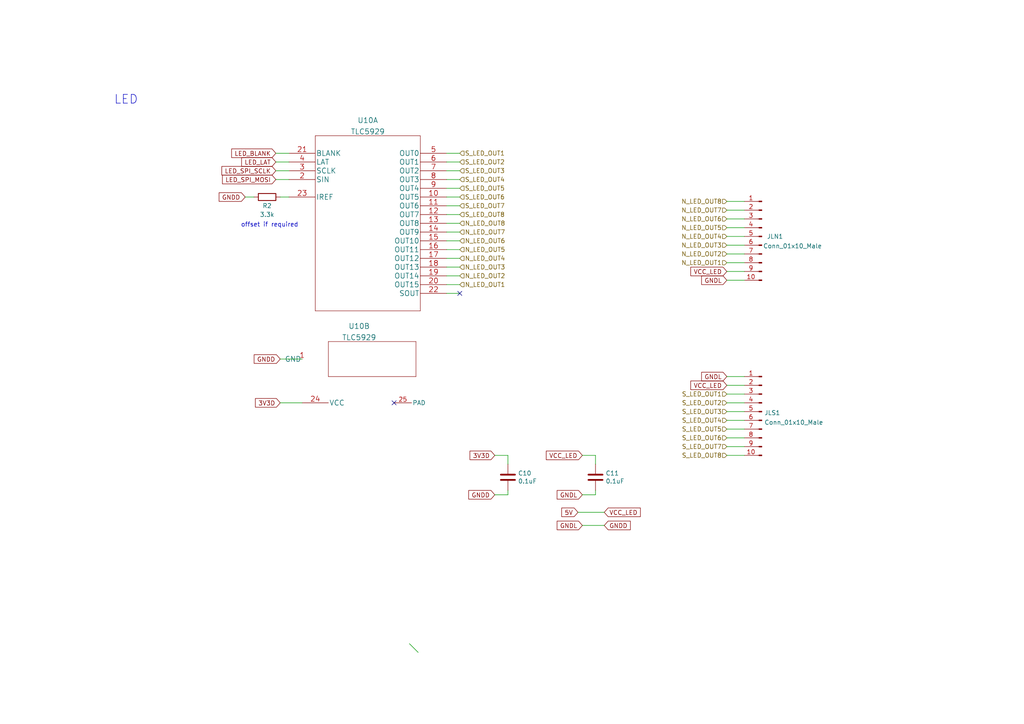
<source format=kicad_sch>
(kicad_sch (version 20211123) (generator eeschema)
  (paper "A4")
  (lib_symbols
    (symbol "Connector:Conn_01x10_Male" (pin_names (offset 1.016) hide)
      (property "Reference" "J" (at 0 12.7 0))
      (property "Value" "Conn_01x10_Male" (at 0 -15.24 0))
      (symbol "Conn_01x10_Male_1_1"
        (polyline (pts (xy 1.27 -12.7) (xy 0.8636 -12.7)) (stroke (width 0.1524)))
        (polyline (pts (xy 1.27 -10.16) (xy 0.8636 -10.16)) (stroke (width 0.1524)))
        (polyline (pts (xy 1.27 -7.62) (xy 0.8636 -7.62)) (stroke (width 0.1524)))
        (polyline (pts (xy 1.27 -5.08) (xy 0.8636 -5.08)) (stroke (width 0.1524)))
        (polyline (pts (xy 1.27 -2.54) (xy 0.8636 -2.54)) (stroke (width 0.1524)))
        (polyline (pts (xy 1.27 0) (xy 0.8636 0)) (stroke (width 0.1524)))
        (polyline (pts (xy 1.27 2.54) (xy 0.8636 2.54)) (stroke (width 0.1524)))
        (polyline (pts (xy 1.27 5.08) (xy 0.8636 5.08)) (stroke (width 0.1524)))
        (polyline (pts (xy 1.27 7.62) (xy 0.8636 7.62)) (stroke (width 0.1524)))
        (polyline (pts (xy 1.27 10.16) (xy 0.8636 10.16)) (stroke (width 0.1524)))
        (rectangle (start 0.8636 -12.573) (end 0 -12.827) (stroke (width 0.1524)) (fill (type outline)))
        (rectangle (start 0.8636 -10.033) (end 0 -10.287) (stroke (width 0.1524)) (fill (type outline)))
        (rectangle (start 0.8636 -7.493) (end 0 -7.747) (stroke (width 0.1524)) (fill (type outline)))
        (rectangle (start 0.8636 -4.953) (end 0 -5.207) (stroke (width 0.1524)) (fill (type outline)))
        (rectangle (start 0.8636 -2.413) (end 0 -2.667) (stroke (width 0.1524)) (fill (type outline)))
        (rectangle (start 0.8636 0.127) (end 0 -0.127) (stroke (width 0.1524)) (fill (type outline)))
        (rectangle (start 0.8636 2.667) (end 0 2.413) (stroke (width 0.1524)) (fill (type outline)))
        (rectangle (start 0.8636 5.207) (end 0 4.953) (stroke (width 0.1524)) (fill (type outline)))
        (rectangle (start 0.8636 7.747) (end 0 7.493) (stroke (width 0.1524)) (fill (type outline)))
        (rectangle (start 0.8636 10.287) (end 0 10.033) (stroke (width 0.1524)) (fill (type outline)))
        (pin passive line (at 5.08 10.16 180) (length 3.81) (name "Pin_1") (number "1"))
        (pin passive line (at 5.08 -12.7 180) (length 3.81) (name "Pin_10") (number "10"))
        (pin passive line (at 5.08 7.62 180) (length 3.81) (name "Pin_2") (number "2"))
        (pin passive line (at 5.08 5.08 180) (length 3.81) (name "Pin_3") (number "3"))
        (pin passive line (at 5.08 2.54 180) (length 3.81) (name "Pin_4") (number "4"))
        (pin passive line (at 5.08 0 180) (length 3.81) (name "Pin_5") (number "5"))
        (pin passive line (at 5.08 -2.54 180) (length 3.81) (name "Pin_6") (number "6"))
        (pin passive line (at 5.08 -5.08 180) (length 3.81) (name "Pin_7") (number "7"))
        (pin passive line (at 5.08 -7.62 180) (length 3.81) (name "Pin_8") (number "8"))
        (pin passive line (at 5.08 -10.16 180) (length 3.81) (name "Pin_9") (number "9"))
      )
    )
    (symbol "Device:C" (pin_numbers hide) (pin_names (offset 0.254))
      (property "Reference" "C" (at 0.635 2.54 0))
      (property "Value" "C" (at 0.635 -2.54 0))
      (symbol "C_0_1"
        (polyline (pts (xy -2.032 -0.762) (xy 2.032 -0.762)) (stroke (width 0.508)))
        (polyline (pts (xy -2.032 0.762) (xy 2.032 0.762)) (stroke (width 0.508)))
      )
      (symbol "C_1_1"
        (pin passive line (at 0 3.81 270) (length 2.794) (name "~") (number "1"))
        (pin passive line (at 0 -3.81 90) (length 2.794) (name "~") (number "2"))
      )
    )
    (symbol "Device:R" (pin_numbers hide) (pin_names (offset 0))
      (property "Reference" "R" (at 2.032 0 90))
      (property "Value" "R" (at 0 0 90))
      (symbol "R_0_1"
        (rectangle (start -1.016 -2.54) (end 1.016 2.54) (stroke (width 0.254)))
      )
      (symbol "R_1_1"
        (pin passive line (at 0 3.81 270) (length 1.27) (name "~") (number "1"))
        (pin passive line (at 0 -3.81 90) (length 1.27) (name "~") (number "2"))
      )
    )
    (symbol "Ninja-qPCR:TLC5929" (pin_names (offset 0.254))
      (property "Reference" "U" (at 22.86 10.16 0))
      (property "Value" "TLC5929" (at 22.86 7.62 0))
      (symbol "TLC5929_1_1"
        (polyline (pts (xy 7.62 -45.72) (xy 38.1 -45.72)) (stroke (width 0.127)))
        (polyline (pts (xy 7.62 5.08) (xy 7.62 -45.72)) (stroke (width 0.127)))
        (polyline (pts (xy 38.1 -45.72) (xy 38.1 5.08)) (stroke (width 0.127)))
        (polyline (pts (xy 38.1 5.08) (xy 7.62 5.08)) (stroke (width 0.127)))
        (pin output line (at 45.72 -12.7 180) (length 7.62) (name "OUT5") (number "10"))
        (pin output line (at 45.72 -15.24 180) (length 7.62) (name "OUT6") (number "11"))
        (pin output line (at 45.72 -17.78 180) (length 7.62) (name "OUT7") (number "12"))
        (pin output line (at 45.72 -20.32 180) (length 7.62) (name "OUT8") (number "13"))
        (pin output line (at 45.72 -22.86 180) (length 7.62) (name "OUT9") (number "14"))
        (pin output line (at 45.72 -25.4 180) (length 7.62) (name "OUT10") (number "15"))
        (pin output line (at 45.72 -27.94 180) (length 7.62) (name "OUT11") (number "16"))
        (pin output line (at 45.72 -30.48 180) (length 7.62) (name "OUT12") (number "17"))
        (pin output line (at 45.72 -33.02 180) (length 7.62) (name "OUT13") (number "18"))
        (pin output line (at 45.72 -35.56 180) (length 7.62) (name "OUT14") (number "19"))
        (pin input line (at 0 -7.62 0) (length 7.62) (name "SIN") (number "2"))
        (pin output line (at 45.72 -38.1 180) (length 7.62) (name "OUT15") (number "20"))
        (pin input line (at 0 0 0) (length 7.62) (name "BLANK") (number "21"))
        (pin output line (at 45.72 -40.64 180) (length 7.62) (name "SOUT") (number "22"))
        (pin bidirectional line (at 0 -12.7 0) (length 7.62) (name "IREF") (number "23"))
        (pin input line (at 0 -5.08 0) (length 7.62) (name "SCLK") (number "3"))
        (pin input line (at 0 -2.54 0) (length 7.62) (name "LAT") (number "4"))
        (pin output line (at 45.72 0 180) (length 7.62) (name "OUT0") (number "5"))
        (pin output line (at 45.72 -2.54 180) (length 7.62) (name "OUT1") (number "6"))
        (pin output line (at 45.72 -5.08 180) (length 7.62) (name "OUT2") (number "7"))
        (pin output line (at 45.72 -7.62 180) (length 7.62) (name "OUT3") (number "8"))
        (pin output line (at 45.72 -10.16 180) (length 7.62) (name "OUT4") (number "9"))
      )
      (symbol "TLC5929_2_1"
        (polyline (pts (xy 7.62 -5.08) (xy 33.02 -5.08)) (stroke (width 0.127)))
        (polyline (pts (xy 7.62 5.08) (xy 7.62 -5.08)) (stroke (width 0.127)))
        (polyline (pts (xy 33.02 -5.08) (xy 33.02 5.08)) (stroke (width 0.127)))
        (polyline (pts (xy 33.02 5.08) (xy 7.62 5.08)) (stroke (width 0.127)))
        (pin power_in line (at 0 0 180) (length 0) (name "GND") (number "1"))
        (pin power_in line (at 0 -12.7 0) (length 7.62) (name "VCC") (number "24"))
      )
    )
    (symbol "TLC5929_1" (pin_names (offset 0.254))
      (property "Reference" "U" (at 22.86 10.16 0))
      (property "Value" "TLC5929_1" (at 22.86 7.62 0))
      (symbol "TLC5929_1_1_1"
        (polyline (pts (xy 7.62 -45.72) (xy 38.1 -45.72)) (stroke (width 0.127)))
        (polyline (pts (xy 7.62 5.08) (xy 7.62 -45.72)) (stroke (width 0.127)))
        (polyline (pts (xy 38.1 -45.72) (xy 38.1 5.08)) (stroke (width 0.127)))
        (polyline (pts (xy 38.1 5.08) (xy 7.62 5.08)) (stroke (width 0.127)))
        (pin output line (at 45.72 -12.7 180) (length 7.62) (name "OUT5") (number "10"))
        (pin output line (at 45.72 -15.24 180) (length 7.62) (name "OUT6") (number "11"))
        (pin output line (at 45.72 -17.78 180) (length 7.62) (name "OUT7") (number "12"))
        (pin output line (at 45.72 -20.32 180) (length 7.62) (name "OUT8") (number "13"))
        (pin output line (at 45.72 -22.86 180) (length 7.62) (name "OUT9") (number "14"))
        (pin output line (at 45.72 -25.4 180) (length 7.62) (name "OUT10") (number "15"))
        (pin output line (at 45.72 -27.94 180) (length 7.62) (name "OUT11") (number "16"))
        (pin output line (at 45.72 -30.48 180) (length 7.62) (name "OUT12") (number "17"))
        (pin output line (at 45.72 -33.02 180) (length 7.62) (name "OUT13") (number "18"))
        (pin output line (at 45.72 -35.56 180) (length 7.62) (name "OUT14") (number "19"))
        (pin input line (at 0 -7.62 0) (length 7.62) (name "SIN") (number "2"))
        (pin output line (at 45.72 -38.1 180) (length 7.62) (name "OUT15") (number "20"))
        (pin input line (at 0 0 0) (length 7.62) (name "BLANK") (number "21"))
        (pin output line (at 45.72 -40.64 180) (length 7.62) (name "SOUT") (number "22"))
        (pin bidirectional line (at 0 -12.7 0) (length 7.62) (name "IREF") (number "23"))
        (pin input line (at 26.67 -12.7 0) (length 5.08) (name "PAD") (number "25-UA"))
        (pin input line (at 0 -5.08 0) (length 7.62) (name "SCLK") (number "3"))
        (pin input line (at 0 -2.54 0) (length 7.62) (name "LAT") (number "4"))
        (pin output line (at 45.72 0 180) (length 7.62) (name "OUT0") (number "5"))
        (pin output line (at 45.72 -2.54 180) (length 7.62) (name "OUT1") (number "6"))
        (pin output line (at 45.72 -5.08 180) (length 7.62) (name "OUT2") (number "7"))
        (pin output line (at 45.72 -7.62 180) (length 7.62) (name "OUT3") (number "8"))
        (pin output line (at 45.72 -10.16 180) (length 7.62) (name "OUT4") (number "9"))
      )
      (symbol "TLC5929_1_2_1"
        (polyline (pts (xy 7.62 -5.08) (xy 33.02 -5.08)) (stroke (width 0.127)))
        (polyline (pts (xy 7.62 5.08) (xy 7.62 -5.08)) (stroke (width 0.127)))
        (polyline (pts (xy 33.02 -5.08) (xy 33.02 5.08)) (stroke (width 0.127)))
        (polyline (pts (xy 33.02 5.08) (xy 7.62 5.08)) (stroke (width 0.127)))
        (pin power_in line (at 0 0 180) (length 0) (name "GND") (number "1"))
        (pin power_in line (at 0 -12.7 0) (length 7.62) (name "VCC") (number "24"))
        (pin input line (at 26.67 -12.7 0) (length 5.08) (name "PAD") (number "25"))
      )
    )
  )
  (no_connect (at 114.3 116.84))
  (no_connect (at 133.35 85.09))
  (bus_entry (at 118.745 186.69) (size 2.54 2.54))
  (wire (pts (xy 147.32 134.62) (xy 147.32 132.08)))
  (wire (pts (xy 129.54 64.77) (xy 133.35 64.77)))
  (wire (pts (xy 129.54 59.69) (xy 133.35 59.69)))
  (wire (pts (xy 215.9 121.92) (xy 210.82 121.92)))
  (wire (pts (xy 129.54 49.53) (xy 133.35 49.53)))
  (wire (pts (xy 168.91 152.4) (xy 175.26 152.4)))
  (wire (pts (xy 215.9 81.28) (xy 210.82 81.28)))
  (wire (pts (xy 129.54 54.61) (xy 133.35 54.61)))
  (wire (pts (xy 168.91 143.51) (xy 172.72 143.51)))
  (wire (pts (xy 81.28 116.84) (xy 87.63 116.84)))
  (wire (pts (xy 80.01 52.07) (xy 83.82 52.07)))
  (wire (pts (xy 215.9 111.76) (xy 210.82 111.76)))
  (wire (pts (xy 80.01 44.45) (xy 83.82 44.45)))
  (wire (pts (xy 215.9 73.66) (xy 210.82 73.66)))
  (wire (pts (xy 80.01 49.53) (xy 83.82 49.53)))
  (wire (pts (xy 215.9 124.46) (xy 210.82 124.46)))
  (wire (pts (xy 129.54 80.01) (xy 133.35 80.01)))
  (wire (pts (xy 147.32 143.51) (xy 147.32 142.24)))
  (wire (pts (xy 129.54 62.23) (xy 133.35 62.23)))
  (wire (pts (xy 215.9 78.74) (xy 210.82 78.74)))
  (wire (pts (xy 215.9 71.12) (xy 210.82 71.12)))
  (wire (pts (xy 129.54 69.85) (xy 133.35 69.85)))
  (wire (pts (xy 71.12 57.15) (xy 73.66 57.15)))
  (wire (pts (xy 215.9 119.38) (xy 210.82 119.38)))
  (wire (pts (xy 215.9 58.42) (xy 210.82 58.42)))
  (wire (pts (xy 215.9 60.96) (xy 210.82 60.96)))
  (wire (pts (xy 129.54 57.15) (xy 133.35 57.15)))
  (wire (pts (xy 143.51 143.51) (xy 147.32 143.51)))
  (wire (pts (xy 81.28 104.14) (xy 87.63 104.14)))
  (wire (pts (xy 129.54 44.45) (xy 133.35 44.45)))
  (wire (pts (xy 129.54 52.07) (xy 133.35 52.07)))
  (wire (pts (xy 129.54 74.93) (xy 133.35 74.93)))
  (wire (pts (xy 215.9 132.08) (xy 210.82 132.08)))
  (wire (pts (xy 215.9 109.22) (xy 210.82 109.22)))
  (wire (pts (xy 215.9 114.3) (xy 210.82 114.3)))
  (wire (pts (xy 168.91 132.08) (xy 172.72 132.08)))
  (wire (pts (xy 167.64 148.59) (xy 175.26 148.59)))
  (wire (pts (xy 129.54 46.99) (xy 133.35 46.99)))
  (wire (pts (xy 129.54 72.39) (xy 133.35 72.39)))
  (wire (pts (xy 215.9 116.84) (xy 210.82 116.84)))
  (wire (pts (xy 129.54 77.47) (xy 133.35 77.47)))
  (wire (pts (xy 83.82 57.15) (xy 81.28 57.15)))
  (wire (pts (xy 215.9 76.2) (xy 210.82 76.2)))
  (wire (pts (xy 215.9 129.54) (xy 210.82 129.54)))
  (wire (pts (xy 129.54 85.09) (xy 133.35 85.09)))
  (wire (pts (xy 147.32 132.08) (xy 143.51 132.08)))
  (wire (pts (xy 215.9 68.58) (xy 210.82 68.58)))
  (wire (pts (xy 172.72 143.51) (xy 172.72 142.24)))
  (wire (pts (xy 215.9 127) (xy 210.82 127)))
  (wire (pts (xy 129.54 67.31) (xy 133.35 67.31)))
  (wire (pts (xy 129.54 82.55) (xy 133.35 82.55)))
  (wire (pts (xy 215.9 66.04) (xy 210.82 66.04)))
  (wire (pts (xy 215.9 63.5) (xy 210.82 63.5)))
  (wire (pts (xy 172.72 132.08) (xy 172.72 134.62)))
  (wire (pts (xy 80.01 46.99) (xy 83.82 46.99)))
  (text "offset if required" (at 69.85 66.04 0) (effects (font (size 1.27 1.27)) (justify left bottom)))
  (text "LED" (at 33.02 30.48 0) (effects (font (size 2.54 2.54)) (justify left bottom)))
  (global_label "VCC_LED" (shape input) (at 168.91 132.08 180) (property "Intersheet References" "${INTERSHEET_REFS}" (effects hide)))
  (global_label "LED_BLANK" (shape input) (at 80.01 44.45 180) (property "Intersheet References" "${INTERSHEET_REFS}" (effects hide)))
  (global_label "GNDL" (shape input) (at 168.91 143.51 180) (property "Intersheet References" "${INTERSHEET_REFS}" (effects hide)))
  (global_label "VCC_LED" (shape input) (at 175.26 148.59 0) (property "Intersheet References" "${INTERSHEET_REFS}" (effects hide)))
  (global_label "GNDL" (shape input) (at 168.91 152.4 180) (property "Intersheet References" "${INTERSHEET_REFS}" (effects hide)))
  (global_label "LED_SPI_SCLK" (shape input) (at 80.01 49.53 180) (property "Intersheet References" "${INTERSHEET_REFS}" (effects hide)))
  (global_label "LED_SPI_MOSI" (shape input) (at 80.01 52.07 180) (property "Intersheet References" "${INTERSHEET_REFS}" (effects hide)))
  (global_label "GNDL" (shape input) (at 210.82 81.28 180) (property "Intersheet References" "${INTERSHEET_REFS}" (effects hide)))
  (global_label "GNDD" (shape input) (at 81.28 104.14 180) (property "Intersheet References" "${INTERSHEET_REFS}" (effects hide)))
  (global_label "5V" (shape input) (at 167.64 148.59 180) (property "Intersheet References" "${INTERSHEET_REFS}" (effects hide)))
  (global_label "GNDD" (shape input) (at 175.26 152.4 0) (property "Intersheet References" "${INTERSHEET_REFS}" (effects hide)))
  (global_label "GNDD" (shape input) (at 143.51 143.51 180) (property "Intersheet References" "${INTERSHEET_REFS}" (effects hide)))
  (global_label "3V3D" (shape input) (at 143.51 132.08 180) (property "Intersheet References" "${INTERSHEET_REFS}" (effects hide)))
  (global_label "VCC_LED" (shape input) (at 210.82 78.74 180) (property "Intersheet References" "${INTERSHEET_REFS}" (effects hide)))
  (global_label "LED_LAT" (shape input) (at 80.01 46.99 180) (property "Intersheet References" "${INTERSHEET_REFS}" (effects hide)))
  (global_label "GNDL" (shape input) (at 210.82 109.22 180) (property "Intersheet References" "${INTERSHEET_REFS}" (effects hide)))
  (global_label "GNDD" (shape input) (at 71.12 57.15 180) (property "Intersheet References" "${INTERSHEET_REFS}" (effects hide)))
  (global_label "3V3D" (shape input) (at 81.28 116.84 180) (property "Intersheet References" "${INTERSHEET_REFS}" (effects hide)))
  (global_label "VCC_LED" (shape input) (at 210.82 111.76 180) (property "Intersheet References" "${INTERSHEET_REFS}" (effects hide)))
  (hierarchical_label "N_LED_OUT1" (shape input) (at 133.35 82.55 0))
  (hierarchical_label "S_LED_OUT1" (shape input) (at 133.35 44.45 0))
  (hierarchical_label "N_LED_OUT8" (shape input) (at 210.82 58.42 180))
  (hierarchical_label "S_LED_OUT2" (shape input) (at 133.35 46.99 0))
  (hierarchical_label "S_LED_OUT5" (shape input) (at 210.82 124.46 180))
  (hierarchical_label "S_LED_OUT8" (shape input) (at 133.35 62.23 0))
  (hierarchical_label "N_LED_OUT2" (shape input) (at 210.82 73.66 180))
  (hierarchical_label "S_LED_OUT6" (shape input) (at 210.82 127 180))
  (hierarchical_label "N_LED_OUT5" (shape input) (at 210.82 66.04 180))
  (hierarchical_label "N_LED_OUT8" (shape input) (at 133.35 64.77 0))
  (hierarchical_label "N_LED_OUT2" (shape input) (at 133.35 80.01 0))
  (hierarchical_label "S_LED_OUT3" (shape input) (at 210.82 119.38 180))
  (hierarchical_label "N_LED_OUT3" (shape input) (at 133.35 77.47 0))
  (hierarchical_label "S_LED_OUT7" (shape input) (at 210.82 129.54 180))
  (hierarchical_label "N_LED_OUT6" (shape input) (at 210.82 63.5 180))
  (hierarchical_label "S_LED_OUT1" (shape input) (at 210.82 114.3 180))
  (hierarchical_label "S_LED_OUT4" (shape input) (at 210.82 121.92 180))
  (hierarchical_label "N_LED_OUT3" (shape input) (at 210.82 71.12 180))
  (hierarchical_label "S_LED_OUT4" (shape input) (at 133.35 52.07 0))
  (hierarchical_label "S_LED_OUT8" (shape input) (at 210.82 132.08 180))
  (hierarchical_label "S_LED_OUT6" (shape input) (at 133.35 57.15 0))
  (hierarchical_label "S_LED_OUT3" (shape input) (at 133.35 49.53 0))
  (hierarchical_label "N_LED_OUT1" (shape input) (at 210.82 76.2 180))
  (hierarchical_label "N_LED_OUT4" (shape input) (at 210.82 68.58 180))
  (hierarchical_label "N_LED_OUT5" (shape input) (at 133.35 72.39 0))
  (hierarchical_label "S_LED_OUT5" (shape input) (at 133.35 54.61 0))
  (hierarchical_label "S_LED_OUT2" (shape input) (at 210.82 116.84 180))
  (hierarchical_label "N_LED_OUT4" (shape input) (at 133.35 74.93 0))
  (hierarchical_label "S_LED_OUT7" (shape input) (at 133.35 59.69 0))
  (hierarchical_label "N_LED_OUT7" (shape input) (at 210.82 60.96 180))
  (hierarchical_label "N_LED_OUT7" (shape input) (at 133.35 67.31 0))
  (hierarchical_label "N_LED_OUT6" (shape input) (at 133.35 69.85 0))
  (symbol (lib_id "Device:C") (at 147.32 138.43 0) (unit 1)
    (property "Reference" "C10" (at 150.241 137.2616 0) (effects (justify left)))
    (property "Value" "0.1uF" (at 150.241 139.573 0) (effects (justify left)))
    (property "Footprint" "Capacitor_SMD:C_0603_1608Metric" (effects hide))
  )
  (symbol (lib_id "Device:C") (at 172.72 138.43 0) (unit 1)
    (property "Reference" "C11" (at 175.641 137.2616 0) (effects (justify left)))
    (property "Value" "0.1uF" (at 175.641 139.573 0) (effects (justify left)))
    (property "Footprint" "Capacitor_SMD:C_0603_1608Metric" (effects hide))
  )
  (symbol (lib_name "TLC5929_1") (lib_id "Ninja-qPCR:TLC5929") (at 87.63 104.14 0) (unit 2)
    (property "Reference" "U10" (at 104.1717 94.5925 0) (effects (font (size 1.524 1.524))))
    (property "Value" "TLC5929" (at 104.1717 97.8715 0) (effects (font (size 1.524 1.524))))
    (property "Footprint" "Package_SO:HTSSOP-24-1EP_4.4x7.8mm_P0.65mm_EP3.4x7.8mm_Mask2.4x4.68mm_ThermalVias" (effects hide))
  )
  (symbol (lib_id "Ninja-qPCR:TLC5929") (at 83.82 44.45 0) (unit 1)
    (property "Reference" "U10" (at 106.68 34.9026 0) (effects (font (size 1.524 1.524))))
    (property "Value" "TLC5929" (at 106.68 38.1816 0) (effects (font (size 1.524 1.524))))
    (property "Footprint" "Package_SO:HTSSOP-24-1EP_4.4x7.8mm_P0.65mm_EP3.4x7.8mm_Mask2.4x4.68mm_ThermalVias" (effects hide))
  )
  (symbol (lib_id "Connector:Conn_01x10_Male") (at 220.98 68.58 0) (mirror y) (unit 1)
    (property "Reference" "JLN1" (at 224.79 68.58 0))
    (property "Value" "Conn_01x10_Male" (at 229.87 71.3551 0))
    (property "Footprint" "Connector_PinHeader_2.54mm:PinHeader_1x10_P2.54mm_Vertical" (effects hide))
  )
  (symbol (lib_id "Connector:Conn_01x10_Male") (at 220.98 119.38 0) (mirror y) (unit 1)
    (property "Reference" "JLS1" (at 221.6912 119.7415 0) (effects (justify right)))
    (property "Value" "Conn_01x10_Male" (at 221.6912 122.5166 0) (effects (justify right)))
    (property "Footprint" "Connector_PinHeader_2.54mm:PinHeader_1x10_P2.54mm_Vertical" (effects hide))
  )
  (symbol (lib_id "Device:R") (at 77.47 57.15 270) (unit 1)
    (property "Reference" "R2" (at 77.47 59.69 90))
    (property "Value" "3.3k" (at 77.47 62.23 90))
    (property "Footprint" "Resistor_SMD:R_0603_1608Metric" (effects hide))
  )
)
</source>
